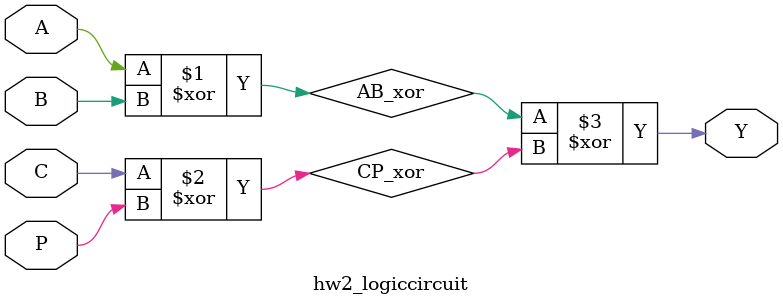
<source format=v>
`timescale 1ns / 1ps


module hw2_logiccircuit(
    input A, B, C, P, //4°³ ÀÔ·Â ½ÅÈ£ ¼±¾ð
    output Y // 1°³ Ãâ·Â ½ÅÈ£ ¼±¾ð
);
    // Áß°£ ½ÅÈ£ ¼±¾ð(wire)
    wire AB_xor;    // A¿Í BÀÇ XOR °á°ú¸¦ ÀúÀå ÇÒ Áß°£ ½ÅÈ£
    wire CP_xor;    // C¿Í PÀÇ XOR °á°ú¸¦ ÀúÀå ÇÒ Áß°£ ½ÅÈ£
    
    // Áß°£ ½ÅÈ£ °è»ê
    assign AB_xor = A ^ B; //A ¿Í B¸¦ xor ¿¬»êÇÔ
    assign CP_xor = C ^ P; //C¿Í P¸¦ xor ¿¬»êÇÔ
    
    // ÃÖÁ¾ Ãâ·Â °è»ê
    assign Y = AB_xor ^ CP_xor;
endmodule

</source>
